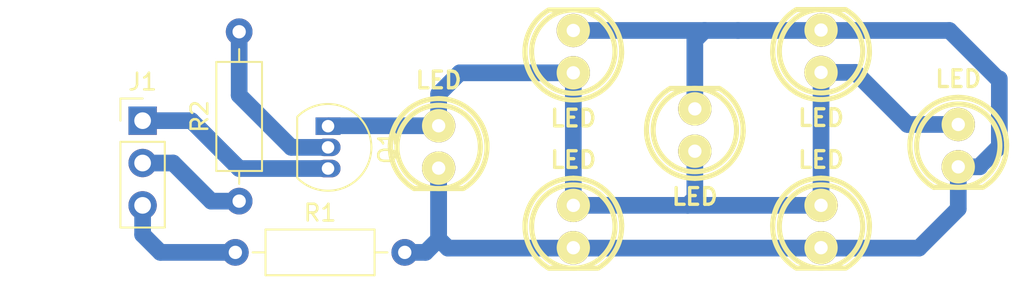
<source format=kicad_pcb>
(kicad_pcb (version 20221018) (generator pcbnew)
  (layers (0 "F.Cu" signal) (31 "B.Cu" signal) (34 "B.Paste" user) (35 "F.Paste" user) (36 "B.SilkS" user "B.Silkscreen") (37 "F.SilkS" user "F.Silkscreen") (38 "B.Mask" user) (39 "F.Mask" user) (44 "Edge.Cuts" user))
  (net 0 "")
  (net 1 "Net-(D1-K)")
  (net 2 "Net-(D1-A)")
  (net 3 "GND")
  (net 4 "Net-(J1-Pin_2)")
  (net 5 "Net-(J1-Pin_3)")
  (net 6 "Net-(Q1-G)")
  (footprint "E.E.S.T. N°5:led_5mm_red" (layer "F.Cu") (at 137.1854 58.518613)
    (fp_text reference "D3" hide)
    (fp_text value "LED" (at 0 -4) (layer "F.SilkS") (effects (font (thickness 0.2))))
    (fp_line (start -1.47066 2.49936) (end 1.47066 2.49936) (stroke (width 0.29972)) (layer "F.SilkS"))
    (fp_arc (start -2.90068 0) (mid -2.05109 -2.05109) (end 0 -2.90068) (stroke (width 0.29972)) (layer "F.SilkS"))
    (fp_arc (start -1.47066 2.49936) (mid -2.807228 0.727401) (end -2.49936 -1.47066) (stroke (width 0.29972)) (layer "F.SilkS"))
    (fp_arc (start 0 -2.90068) (mid 2.05109 -2.05109) (end 2.90068 0) (stroke (width 0.29972)) (layer "F.SilkS"))
    (fp_arc (start 2.4892 -1.49098) (mid 2.814412 0.705848) (end 1.49098 2.4892) (stroke (width 0.29972)) (layer "F.SilkS"))
    (fp_circle (center 0 0) (end -2.49936 0) (stroke (width 0.29972)) (fill none) (layer "F.SilkS"))
    (pad "1" thru_hole circle (at 0 -1.27) (size 1.99898 1.99898) (drill 0.8001) (layers "*.Cu" "*.Mask" "F.SilkS") (net 1 "Net-(D1-K)"))
    (pad "2" thru_hole circle (at 0 1.27) (size 1.99898 1.99898) (drill 0.8001) (layers "*.Cu" "*.Mask" "F.SilkS") (net 2 "Net-(D1-A)"))
  )
  (footprint "Package_TO_SOT_THT:TO-92_Inline" (layer "F.Cu") (at 107.6154 52.5018 -90)
    (fp_text reference "Q1" (at 1.27 -3.56 90) (layer "F.SilkS"))
    (fp_text value "2N3390")
    (fp_line (start -0.53 1.85) (end 3.07 1.85) (stroke (width 0.12)) (layer "F.SilkS"))
    (fp_arc (start -0.568478 1.838478) (mid -1.132087 -0.994977) (end 1.27 -2.6) (stroke (width 0.12)) (layer "F.SilkS"))
    (fp_arc (start 1.27 -2.6) (mid 3.672087 -0.994977) (end 3.108478 1.838478) (stroke (width 0.12)) (layer "F.SilkS"))
    (pad "1" thru_hole rect (at 0 0 270) (size 1.05 1.5) (drill 0.75) (layers "*.Cu" "*.Mask") (net 1 "Net-(D1-K)"))
    (pad "2" thru_hole oval (at 1.27 0 270) (size 1.05 1.5) (drill 0.75) (layers "*.Cu" "*.Mask") (net 6 "Net-(Q1-G)"))
    (pad "3" thru_hole oval (at 2.54 0 270) (size 1.05 1.5) (drill 0.75) (layers "*.Cu" "*.Mask") (net 3 "GND"))
  )
  (footprint "Resistor_THT:R_Axial_DIN0207_L6.3mm_D2.5mm_P10.16mm_Horizontal" (layer "F.Cu") (at 102.2858 56.9976 90)
    (fp_text reference "R2" (at 5.08 -2.37 90) (layer "F.SilkS"))
    (fp_text value "1k")
    (fp_line (start 1.04 0) (end 1.81 0) (stroke (width 0.12)) (layer "F.SilkS"))
    (fp_line (start 1.81 -1.37) (end 1.81 1.37) (stroke (width 0.12)) (layer "F.SilkS"))
    (fp_line (start 1.81 1.37) (end 8.35 1.37) (stroke (width 0.12)) (layer "F.SilkS"))
    (fp_line (start 8.35 -1.37) (end 1.81 -1.37) (stroke (width 0.12)) (layer "F.SilkS"))
    (fp_line (start 8.35 1.37) (end 8.35 -1.37) (stroke (width 0.12)) (layer "F.SilkS"))
    (fp_line (start 9.12 0) (end 8.35 0) (stroke (width 0.12)) (layer "F.SilkS"))
    (pad "1" thru_hole circle (at 0 0 90) (size 1.6 1.6) (drill 0.8) (layers "*.Cu" "*.Mask") (net 4 "Net-(J1-Pin_2)"))
    (pad "2" thru_hole oval (at 10.16 0 90) (size 1.6 1.6) (drill 0.8) (layers "*.Cu" "*.Mask") (net 6 "Net-(Q1-G)"))
  )
  (footprint "Resistor_THT:R_Axial_DIN0207_L6.3mm_D2.5mm_P10.16mm_Horizontal" (layer "F.Cu") (at 102.0572 60.071)
    (fp_text reference "R1" (at 5.08 -2.37) (layer "F.SilkS"))
    (fp_text value "100")
    (fp_line (start 1.04 0) (end 1.81 0) (stroke (width 0.12)) (layer "F.SilkS"))
    (fp_line (start 1.81 -1.37) (end 1.81 1.37) (stroke (width 0.12)) (layer "F.SilkS"))
    (fp_line (start 1.81 1.37) (end 8.35 1.37) (stroke (width 0.12)) (layer "F.SilkS"))
    (fp_line (start 8.35 -1.37) (end 1.81 -1.37) (stroke (width 0.12)) (layer "F.SilkS"))
    (fp_line (start 8.35 1.37) (end 8.35 -1.37) (stroke (width 0.12)) (layer "F.SilkS"))
    (fp_line (start 9.12 0) (end 8.35 0) (stroke (width 0.12)) (layer "F.SilkS"))
    (pad "1" thru_hole circle (at 0 0) (size 1.6 1.6) (drill 0.8) (layers "*.Cu" "*.Mask") (net 5 "Net-(J1-Pin_3)"))
    (pad "2" thru_hole oval (at 10.16 0) (size 1.6 1.6) (drill 0.8) (layers "*.Cu" "*.Mask") (net 2 "Net-(D1-A)"))
  )
  (footprint "E.E.S.T. N°5:led_5mm_red" (layer "F.Cu") (at 114.249647 53.7464)
    (fp_text reference "D6" hide)
    (fp_text value "LED" (at 0 -4) (layer "F.SilkS") (effects (font (thickness 0.2))))
    (fp_line (start -1.47066 2.49936) (end 1.47066 2.49936) (stroke (width 0.29972)) (layer "F.SilkS"))
    (fp_arc (start -2.90068 0) (mid -2.05109 -2.05109) (end 0 -2.90068) (stroke (width 0.29972)) (layer "F.SilkS"))
    (fp_arc (start -1.47066 2.49936) (mid -2.807228 0.727401) (end -2.49936 -1.47066) (stroke (width 0.29972)) (layer "F.SilkS"))
    (fp_arc (start 0 -2.90068) (mid 2.05109 -2.05109) (end 2.90068 0) (stroke (width 0.29972)) (layer "F.SilkS"))
    (fp_arc (start 2.4892 -1.49098) (mid 2.814412 0.705848) (end 1.49098 2.4892) (stroke (width 0.29972)) (layer "F.SilkS"))
    (fp_circle (center 0 0) (end -2.49936 0) (stroke (width 0.29972)) (fill none) (layer "F.SilkS"))
    (pad "1" thru_hole circle (at 0 -1.27) (size 1.99898 1.99898) (drill 0.8001) (layers "*.Cu" "*.Mask" "F.SilkS") (net 1 "Net-(D1-K)"))
    (pad "2" thru_hole circle (at 0 1.27) (size 1.99898 1.99898) (drill 0.8001) (layers "*.Cu" "*.Mask" "F.SilkS") (net 2 "Net-(D1-A)"))
  )
  (footprint "E.E.S.T. N°5:led_5mm_red" (layer "F.Cu") (at 145.415447 53.669753)
    (fp_text reference "D2" hide)
    (fp_text value "LED" (at 0 -4) (layer "F.SilkS") (effects (font (thickness 0.2))))
    (fp_line (start -1.47066 2.49936) (end 1.47066 2.49936) (stroke (width 0.29972)) (layer "F.SilkS"))
    (fp_arc (start -2.90068 0) (mid -2.05109 -2.05109) (end 0 -2.90068) (stroke (width 0.29972)) (layer "F.SilkS"))
    (fp_arc (start -1.47066 2.49936) (mid -2.807228 0.727401) (end -2.49936 -1.47066) (stroke (width 0.29972)) (layer "F.SilkS"))
    (fp_arc (start 0 -2.90068) (mid 2.05109 -2.05109) (end 2.90068 0) (stroke (width 0.29972)) (layer "F.SilkS"))
    (fp_arc (start 2.4892 -1.49098) (mid 2.814412 0.705848) (end 1.49098 2.4892) (stroke (width 0.29972)) (layer "F.SilkS"))
    (fp_circle (center 0 0) (end -2.49936 0) (stroke (width 0.29972)) (fill none) (layer "F.SilkS"))
    (pad "1" thru_hole circle (at 0 -1.27) (size 1.99898 1.99898) (drill 0.8001) (layers "*.Cu" "*.Mask" "F.SilkS") (net 1 "Net-(D1-K)"))
    (pad "2" thru_hole circle (at 0 1.27) (size 1.99898 1.99898) (drill 0.8001) (layers "*.Cu" "*.Mask" "F.SilkS") (net 2 "Net-(D1-A)"))
  )
  (footprint "Connector_PinHeader_2.54mm:PinHeader_1x03_P2.54mm_Vertical" (layer "F.Cu") (at 96.4946 52.1716)
    (fp_text reference "J1" (at 0 -2.33) (layer "F.SilkS"))
    (fp_text value "Screw_Terminal_01x03")
    (fp_line (start -1.33 -1.33) (end 0 -1.33) (stroke (width 0.12)) (layer "F.SilkS"))
    (fp_line (start -1.33 0) (end -1.33 -1.33) (stroke (width 0.12)) (layer "F.SilkS"))
    (fp_line (start -1.33 1.27) (end -1.33 6.41) (stroke (width 0.12)) (layer "F.SilkS"))
    (fp_line (start -1.33 1.27) (end 1.33 1.27) (stroke (width 0.12)) (layer "F.SilkS"))
    (fp_line (start -1.33 6.41) (end 1.33 6.41) (stroke (width 0.12)) (layer "F.SilkS"))
    (fp_line (start 1.33 1.27) (end 1.33 6.41) (stroke (width 0.12)) (layer "F.SilkS"))
    (pad "1" thru_hole rect (at 0 0) (size 1.7 1.7) (drill 1) (layers "*.Cu" "*.Mask") (net 3 "GND"))
    (pad "2" thru_hole oval (at 0 2.54) (size 1.7 1.7) (drill 1) (layers "*.Cu" "*.Mask") (net 4 "Net-(J1-Pin_2)"))
    (pad "3" thru_hole oval (at 0 5.08) (size 1.7 1.7) (drill 1) (layers "*.Cu" "*.Mask") (net 5 "Net-(J1-Pin_3)"))
  )
  (footprint "E.E.S.T. N°5:led_5mm_red" (layer "F.Cu") (at 122.3264 48.0314 180)
    (fp_text reference "D4" hide)
    (fp_text value "LED" (at 0 -4) (layer "F.SilkS") (effects (font (thickness 0.2))))
    (fp_line (start -1.47066 2.49936) (end 1.47066 2.49936) (stroke (width 0.29972)) (layer "F.SilkS"))
    (fp_arc (start -2.90068 0) (mid -2.05109 -2.05109) (end 0 -2.90068) (stroke (width 0.29972)) (layer "F.SilkS"))
    (fp_arc (start -1.47066 2.49936) (mid -2.807228 0.727401) (end -2.49936 -1.47066) (stroke (width 0.29972)) (layer "F.SilkS"))
    (fp_arc (start 0 -2.90068) (mid 2.05109 -2.05109) (end 2.90068 0) (stroke (width 0.29972)) (layer "F.SilkS"))
    (fp_arc (start 2.4892 -1.49098) (mid 2.814412 0.705848) (end 1.49098 2.4892) (stroke (width 0.29972)) (layer "F.SilkS"))
    (fp_circle (center 0 0) (end -2.49936 0) (stroke (width 0.29972)) (fill none) (layer "F.SilkS"))
    (pad "1" thru_hole circle (at 0 -1.27 180) (size 1.99898 1.99898) (drill 0.8001) (layers "*.Cu" "*.Mask" "F.SilkS") (net 1 "Net-(D1-K)"))
    (pad "2" thru_hole circle (at 0 1.27 180) (size 1.99898 1.99898) (drill 0.8001) (layers "*.Cu" "*.Mask" "F.SilkS") (net 2 "Net-(D1-A)"))
  )
  (footprint "E.E.S.T. N°5:led_5mm_red" (layer "F.Cu") (at 129.616647 52.73294 180)
    (fp_text reference "D7" hide)
    (fp_text value "LED" (at 0 -4) (layer "F.SilkS") (effects (font (thickness 0.2))))
    (fp_line (start -1.47066 2.49936) (end 1.47066 2.49936) (stroke (width 0.29972)) (layer "F.SilkS"))
    (fp_arc (start -2.90068 0) (mid -2.05109 -2.05109) (end 0 -2.90068) (stroke (width 0.29972)) (layer "F.SilkS"))
    (fp_arc (start -1.47066 2.49936) (mid -2.807228 0.727401) (end -2.49936 -1.47066) (stroke (width 0.29972)) (layer "F.SilkS"))
    (fp_arc (start 0 -2.90068) (mid 2.05109 -2.05109) (end 2.90068 0) (stroke (width 0.29972)) (layer "F.SilkS"))
    (fp_arc (start 2.4892 -1.49098) (mid 2.814412 0.705848) (end 1.49098 2.4892) (stroke (width 0.29972)) (layer "F.SilkS"))
    (fp_circle (center 0 0) (end -2.49936 0) (stroke (width 0.29972)) (fill none) (layer "F.SilkS"))
    (pad "1" thru_hole circle (at 0 -1.27 180) (size 1.99898 1.99898) (drill 0.8001) (layers "*.Cu" "*.Mask" "F.SilkS") (net 1 "Net-(D1-K)"))
    (pad "2" thru_hole circle (at 0 1.27 180) (size 1.99898 1.99898) (drill 0.8001) (layers "*.Cu" "*.Mask" "F.SilkS") (net 2 "Net-(D1-A)"))
  )
  (footprint "E.E.S.T. N°5:led_5mm_red" (layer "F.Cu") (at 137.185845 48.005539 180)
    (fp_text reference "D1" hide)
    (fp_text value "LED" (at 0 -4) (layer "F.SilkS") (effects (font (thickness 0.2))))
    (fp_line (start -1.47066 2.49936) (end 1.47066 2.49936) (stroke (width 0.29972)) (layer "F.SilkS"))
    (fp_arc (start -2.90068 0) (mid -2.05109 -2.05109) (end 0 -2.90068) (stroke (width 0.29972)) (layer "F.SilkS"))
    (fp_arc (start -1.47066 2.49936) (mid -2.807228 0.727401) (end -2.49936 -1.47066) (stroke (width 0.29972)) (layer "F.SilkS"))
    (fp_arc (start 0 -2.90068) (mid 2.05109 -2.05109) (end 2.90068 0) (stroke (width 0.29972)) (layer "F.SilkS"))
    (fp_arc (start 2.4892 -1.49098) (mid 2.814412 0.705848) (end 1.49098 2.4892) (stroke (width 0.29972)) (layer "F.SilkS"))
    (fp_circle (center 0 0) (end -2.49936 0) (stroke (width 0.29972)) (fill none) (layer "F.SilkS"))
    (pad "1" thru_hole circle (at 0 -1.27 180) (size 1.99898 1.99898) (drill 0.8001) (layers "*.Cu" "*.Mask" "F.SilkS") (net 1 "Net-(D1-K)"))
    (pad "2" thru_hole circle (at 0 1.27 180) (size 1.99898 1.99898) (drill 0.8001) (layers "*.Cu" "*.Mask" "F.SilkS") (net 2 "Net-(D1-A)"))
  )
  (footprint "E.E.S.T. N°5:led_5mm_red" (layer "F.Cu") (at 122.328492 58.5216)
    (fp_text reference "D5" hide)
    (fp_text value "LED" (at 0 -4) (layer "F.SilkS") (effects (font (thickness 0.2))))
    (fp_line (start -1.47066 2.49936) (end 1.47066 2.49936) (stroke (width 0.29972)) (layer "F.SilkS"))
    (fp_arc (start -2.90068 0) (mid -2.05109 -2.05109) (end 0 -2.90068) (stroke (width 0.29972)) (layer "F.SilkS"))
    (fp_arc (start -1.47066 2.49936) (mid -2.807228 0.727401) (end -2.49936 -1.47066) (stroke (width 0.29972)) (layer "F.SilkS"))
    (fp_arc (start 0 -2.90068) (mid 2.05109 -2.05109) (end 2.90068 0) (stroke (width 0.29972)) (layer "F.SilkS"))
    (fp_arc (start 2.4892 -1.49098) (mid 2.814412 0.705848) (end 1.49098 2.4892) (stroke (width 0.29972)) (layer "F.SilkS"))
    (fp_circle (center 0 0) (end -2.49936 0) (stroke (width 0.29972)) (fill none) (layer "F.SilkS"))
    (pad "1" thru_hole circle (at 0 -1.27) (size 1.99898 1.99898) (drill 0.8001) (layers "*.Cu" "*.Mask" "F.SilkS") (net 1 "Net-(D1-K)"))
    (pad "2" thru_hole circle (at 0 1.27) (size 1.99898 1.99898) (drill 0.8001) (layers "*.Cu" "*.Mask" "F.SilkS") (net 2 "Net-(D1-A)"))
  )
  (segment (start 107.6408 52.4764) (end 107.6154 52.5018) (width 1) (layer "B.Cu") (net 1))
  (segment (start 129.1844 57.248613) (end 122.331479 57.248613) (width 1) (layer "B.Cu") (net 1))
  (segment (start 129.616647 56.816366) (end 129.1844 57.248613) (width 1) (layer "B.Cu") (net 1))
  (segment (start 137.1854 57.248613) (end 137.1854 49.276) (width 1) (layer "B.Cu") (net 1))
  (segment (start 139.243247 49.275553) (end 142.367447 52.399753) (width 1) (layer "B.Cu") (net 1))
  (segment (start 122.3264 49.3014) (end 122.3264 57.249508) (width 1) (layer "B.Cu") (net 1))
  (segment (start 129.616647 54.00294) (end 129.616647 56.816366) (width 1) (layer "B.Cu") (net 1))
  (segment (start 122.351352 57.27446) (end 122.328492 57.2516) (width 1) (layer "B.Cu") (net 1))
  (segment (start 114.249647 52.4764) (end 107.6408 52.4764) (width 1) (layer "B.Cu") (net 1))
  (segment (start 115.5192 49.3014) (end 122.3264 49.3014) (width 1) (layer "B.Cu") (net 1))
  (segment (start 142.367447 52.399753) (end 145.415447 52.399753) (width 1) (layer "B.Cu") (net 1))
  (segment (start 137.1854 57.248613) (end 129.1844 57.248613) (width 1) (layer "B.Cu") (net 1))
  (segment (start 137.185847 49.275553) (end 139.243247 49.275553) (width 1) (layer "B.Cu") (net 1))
  (segment (start 122.331479 57.248613) (end 122.328492 57.2516) (width 1) (layer "B.Cu") (net 1))
  (segment (start 114.249647 52.4764) (end 114.249647 50.570953) (width 1) (layer "B.Cu") (net 1))
  (segment (start 114.249647 50.570953) (end 115.5192 49.3014) (width 1) (layer "B.Cu") (net 1))
  (segment (start 137.1854 49.276) (end 137.185847 49.275553) (width 1) (layer "B.Cu") (net 1))
  (segment (start 122.3264 57.249508) (end 122.328492 57.2516) (width 1) (layer "B.Cu") (net 1))
  (segment (start 114.249647 59.283153) (end 114.249647 55.0164) (width 1) (layer "B.Cu") (net 2))
  (segment (start 113.4618 60.071) (end 114.249647 59.283153) (width 1) (layer "B.Cu") (net 2))
  (segment (start 114.249647 59.258647) (end 114.80546 59.81446) (width 1) (layer "B.Cu") (net 2))
  (segment (start 112.2172 60.071) (end 113.4618 60.071) (width 1) (layer "B.Cu") (net 2))
  (segment (start 114.80546 59.81446) (end 143.05534 59.81446) (width 1) (layer "B.Cu") (net 2))
  (segment (start 147.8788 49.657) (end 147.8788 53.721) (width 1) (layer "B.Cu") (net 2))
  (segment (start 146.710847 54.939753) (end 145.415447 54.939753) (width 1) (layer "B.Cu") (net 2))
  (segment (start 114.249647 55.0164) (end 114.249647 59.258647) (width 1) (layer "B.Cu") (net 2))
  (segment (start 122.3264 46.7614) (end 130.2004 46.7614) (width 1) (layer "B.Cu") (net 2))
  (segment (start 130.2004 46.7614) (end 132.207 46.7614) (width 1) (layer "B.Cu") (net 2))
  (segment (start 143.081187 59.788613) (end 145.415447 57.454353) (width 1) (layer "B.Cu") (net 2))
  (segment (start 147.8788 53.721) (end 146.7358 54.864) (width 1) (layer "B.Cu") (net 2))
  (segment (start 132.207 46.7614) (end 144.882494 46.7614) (width 1) (layer "B.Cu") (net 2))
  (segment (start 129.616647 47.345153) (end 130.2004 46.7614) (width 1) (layer "B.Cu") (net 2))
  (segment (start 144.882494 46.7614) (end 147.853847 49.732753) (width 1) (layer "B.Cu") (net 2))
  (segment (start 145.415447 57.454353) (end 145.415447 54.939753) (width 1) (layer "B.Cu") (net 2))
  (segment (start 143.05534 59.81446) (end 143.081187 59.788613) (width 1) (layer "B.Cu") (net 2))
  (segment (start 129.616647 51.46294) (end 129.616647 47.345153) (width 1) (layer "B.Cu") (net 2))
  (segment (start 102.2858 55.0418) (end 107.6154 55.0418) (width 1) (layer "B.Cu") (net 3))
  (segment (start 96.4946 52.1716) (end 99.4156 52.1716) (width 1) (layer "B.Cu") (net 3))
  (segment (start 99.4156 52.1716) (end 102.2858 55.0418) (width 1) (layer "B.Cu") (net 3))
  (segment (start 100.6094 56.9976) (end 102.2858 56.9976) (width 1) (layer "B.Cu") (net 4))
  (segment (start 98.3234 54.7116) (end 100.6094 56.9976) (width 1) (layer "B.Cu") (net 4))
  (segment (start 96.4946 54.7116) (end 98.3234 54.7116) (width 1) (layer "B.Cu") (net 4))
  (segment (start 96.4946 59.0042) (end 97.5614 60.071) (width 1) (layer "B.Cu") (net 5))
  (segment (start 96.4946 57.2516) (end 96.4946 59.0042) (width 1) (layer "B.Cu") (net 5))
  (segment (start 97.5614 60.071) (end 102.0572 60.071) (width 1) (layer "B.Cu") (net 5))
  (segment (start 102.2858 46.8376) (end 102.2858 50.6476) (width 1) (layer "B.Cu") (net 6))
  (segment (start 105.41 53.7718) (end 107.6154 53.7718) (width 1) (layer "B.Cu") (net 6))
  (segment (start 102.2858 50.6476) (end 105.41 53.7718) (width 1) (layer "B.Cu") (net 6))
)
</source>
